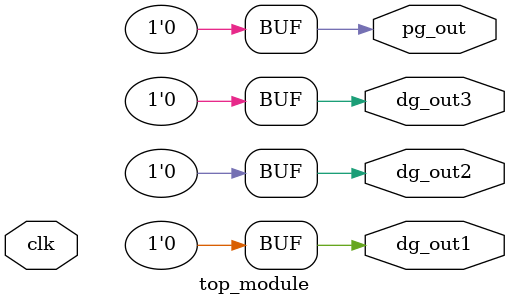
<source format=v>

`timescale 1us / 1ns

module top_module (
    input wire clk,
    output reg dg_out1,
    output reg dg_out2,
    output reg dg_out3,
    output reg pg_out
);

   

    initial begin
       
        dg_out1 = 0;
        dg_out2 = 0;
        dg_out3 = 0;
        pg_out = 0;
    end
endmodule


</source>
